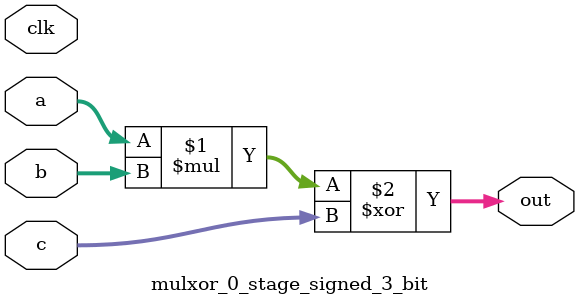
<source format=sv>
(* use_dsp = "yes" *) module mulxor_0_stage_signed_3_bit(
	input signed [2:0] a,
	input signed [2:0] b,
	input signed [2:0] c,
	output [2:0] out,
	input clk);

	assign out = (a * b) ^ c;
endmodule

</source>
